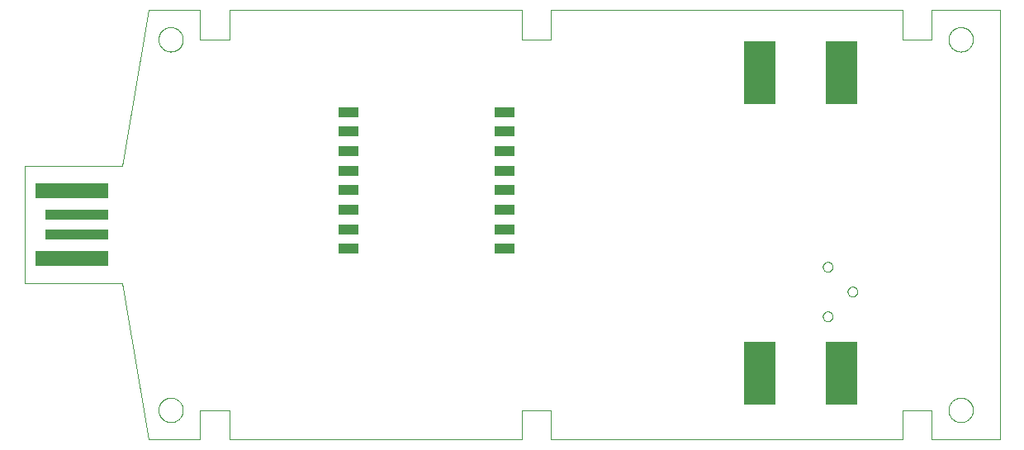
<source format=gtp>
G75*
%MOIN*%
%OFA0B0*%
%FSLAX25Y25*%
%IPPOS*%
%LPD*%
%AMOC8*
5,1,8,0,0,1.08239X$1,22.5*
%
%ADD10C,0.00000*%
%ADD11R,0.07874X0.03937*%
%ADD12R,0.29528X0.05906*%
%ADD13R,0.25591X0.03937*%
%ADD14R,0.12800X0.25400*%
D10*
X0061333Y0001000D02*
X0082199Y0001000D01*
X0082199Y0012811D01*
X0094010Y0012811D01*
X0094010Y0001000D01*
X0212121Y0001000D01*
X0212121Y0012811D01*
X0223932Y0012811D01*
X0223932Y0001000D01*
X0365664Y0001000D01*
X0365664Y0012811D01*
X0377475Y0012811D01*
X0377475Y0001000D01*
X0405034Y0001000D01*
X0405034Y0174228D01*
X0377475Y0174228D01*
X0377475Y0162417D01*
X0365664Y0162417D01*
X0365664Y0174228D01*
X0223932Y0174228D01*
X0223932Y0162417D01*
X0212121Y0162417D01*
X0212121Y0174228D01*
X0094010Y0174228D01*
X0094010Y0162417D01*
X0082199Y0162417D01*
X0082199Y0174228D01*
X0061333Y0174228D01*
X0050703Y0111236D01*
X0011333Y0111236D01*
X0011333Y0063992D01*
X0050703Y0063992D01*
X0061333Y0001000D01*
X0065467Y0012811D02*
X0065469Y0012951D01*
X0065475Y0013091D01*
X0065485Y0013230D01*
X0065499Y0013369D01*
X0065517Y0013508D01*
X0065538Y0013646D01*
X0065564Y0013784D01*
X0065594Y0013921D01*
X0065627Y0014056D01*
X0065665Y0014191D01*
X0065706Y0014325D01*
X0065751Y0014458D01*
X0065799Y0014589D01*
X0065852Y0014718D01*
X0065908Y0014847D01*
X0065967Y0014973D01*
X0066031Y0015098D01*
X0066097Y0015221D01*
X0066168Y0015342D01*
X0066241Y0015461D01*
X0066318Y0015578D01*
X0066399Y0015692D01*
X0066482Y0015804D01*
X0066569Y0015914D01*
X0066659Y0016022D01*
X0066751Y0016126D01*
X0066847Y0016228D01*
X0066946Y0016328D01*
X0067047Y0016424D01*
X0067151Y0016518D01*
X0067258Y0016608D01*
X0067367Y0016695D01*
X0067479Y0016780D01*
X0067593Y0016861D01*
X0067709Y0016939D01*
X0067827Y0017013D01*
X0067948Y0017084D01*
X0068070Y0017152D01*
X0068195Y0017216D01*
X0068321Y0017277D01*
X0068448Y0017334D01*
X0068578Y0017387D01*
X0068709Y0017437D01*
X0068841Y0017482D01*
X0068974Y0017525D01*
X0069109Y0017563D01*
X0069244Y0017597D01*
X0069381Y0017628D01*
X0069518Y0017655D01*
X0069656Y0017677D01*
X0069795Y0017696D01*
X0069934Y0017711D01*
X0070073Y0017722D01*
X0070213Y0017729D01*
X0070353Y0017732D01*
X0070493Y0017731D01*
X0070633Y0017726D01*
X0070772Y0017717D01*
X0070912Y0017704D01*
X0071051Y0017687D01*
X0071189Y0017666D01*
X0071327Y0017642D01*
X0071464Y0017613D01*
X0071600Y0017581D01*
X0071735Y0017544D01*
X0071869Y0017504D01*
X0072002Y0017460D01*
X0072133Y0017412D01*
X0072263Y0017361D01*
X0072392Y0017306D01*
X0072519Y0017247D01*
X0072644Y0017184D01*
X0072767Y0017119D01*
X0072889Y0017049D01*
X0073008Y0016976D01*
X0073126Y0016900D01*
X0073241Y0016821D01*
X0073354Y0016738D01*
X0073464Y0016652D01*
X0073572Y0016563D01*
X0073677Y0016471D01*
X0073780Y0016376D01*
X0073880Y0016278D01*
X0073977Y0016178D01*
X0074071Y0016074D01*
X0074163Y0015968D01*
X0074251Y0015860D01*
X0074336Y0015749D01*
X0074418Y0015635D01*
X0074497Y0015519D01*
X0074572Y0015402D01*
X0074644Y0015282D01*
X0074712Y0015160D01*
X0074777Y0015036D01*
X0074839Y0014910D01*
X0074897Y0014783D01*
X0074951Y0014654D01*
X0075002Y0014523D01*
X0075048Y0014391D01*
X0075091Y0014258D01*
X0075131Y0014124D01*
X0075166Y0013989D01*
X0075198Y0013852D01*
X0075225Y0013715D01*
X0075249Y0013577D01*
X0075269Y0013439D01*
X0075285Y0013300D01*
X0075297Y0013160D01*
X0075305Y0013021D01*
X0075309Y0012881D01*
X0075309Y0012741D01*
X0075305Y0012601D01*
X0075297Y0012462D01*
X0075285Y0012322D01*
X0075269Y0012183D01*
X0075249Y0012045D01*
X0075225Y0011907D01*
X0075198Y0011770D01*
X0075166Y0011633D01*
X0075131Y0011498D01*
X0075091Y0011364D01*
X0075048Y0011231D01*
X0075002Y0011099D01*
X0074951Y0010968D01*
X0074897Y0010839D01*
X0074839Y0010712D01*
X0074777Y0010586D01*
X0074712Y0010462D01*
X0074644Y0010340D01*
X0074572Y0010220D01*
X0074497Y0010103D01*
X0074418Y0009987D01*
X0074336Y0009873D01*
X0074251Y0009762D01*
X0074163Y0009654D01*
X0074071Y0009548D01*
X0073977Y0009444D01*
X0073880Y0009344D01*
X0073780Y0009246D01*
X0073677Y0009151D01*
X0073572Y0009059D01*
X0073464Y0008970D01*
X0073354Y0008884D01*
X0073241Y0008801D01*
X0073126Y0008722D01*
X0073008Y0008646D01*
X0072889Y0008573D01*
X0072767Y0008503D01*
X0072644Y0008438D01*
X0072519Y0008375D01*
X0072392Y0008316D01*
X0072263Y0008261D01*
X0072133Y0008210D01*
X0072002Y0008162D01*
X0071869Y0008118D01*
X0071735Y0008078D01*
X0071600Y0008041D01*
X0071464Y0008009D01*
X0071327Y0007980D01*
X0071189Y0007956D01*
X0071051Y0007935D01*
X0070912Y0007918D01*
X0070772Y0007905D01*
X0070633Y0007896D01*
X0070493Y0007891D01*
X0070353Y0007890D01*
X0070213Y0007893D01*
X0070073Y0007900D01*
X0069934Y0007911D01*
X0069795Y0007926D01*
X0069656Y0007945D01*
X0069518Y0007967D01*
X0069381Y0007994D01*
X0069244Y0008025D01*
X0069109Y0008059D01*
X0068974Y0008097D01*
X0068841Y0008140D01*
X0068709Y0008185D01*
X0068578Y0008235D01*
X0068448Y0008288D01*
X0068321Y0008345D01*
X0068195Y0008406D01*
X0068070Y0008470D01*
X0067948Y0008538D01*
X0067827Y0008609D01*
X0067709Y0008683D01*
X0067593Y0008761D01*
X0067479Y0008842D01*
X0067367Y0008927D01*
X0067258Y0009014D01*
X0067151Y0009104D01*
X0067047Y0009198D01*
X0066946Y0009294D01*
X0066847Y0009394D01*
X0066751Y0009496D01*
X0066659Y0009600D01*
X0066569Y0009708D01*
X0066482Y0009818D01*
X0066399Y0009930D01*
X0066318Y0010044D01*
X0066241Y0010161D01*
X0066168Y0010280D01*
X0066097Y0010401D01*
X0066031Y0010524D01*
X0065967Y0010649D01*
X0065908Y0010775D01*
X0065852Y0010904D01*
X0065799Y0011033D01*
X0065751Y0011164D01*
X0065706Y0011297D01*
X0065665Y0011431D01*
X0065627Y0011566D01*
X0065594Y0011701D01*
X0065564Y0011838D01*
X0065538Y0011976D01*
X0065517Y0012114D01*
X0065499Y0012253D01*
X0065485Y0012392D01*
X0065475Y0012531D01*
X0065469Y0012671D01*
X0065467Y0012811D01*
X0333616Y0050606D02*
X0333618Y0050694D01*
X0333624Y0050782D01*
X0333634Y0050870D01*
X0333648Y0050958D01*
X0333665Y0051044D01*
X0333687Y0051130D01*
X0333712Y0051214D01*
X0333742Y0051298D01*
X0333774Y0051380D01*
X0333811Y0051460D01*
X0333851Y0051539D01*
X0333895Y0051616D01*
X0333942Y0051691D01*
X0333992Y0051763D01*
X0334046Y0051834D01*
X0334102Y0051901D01*
X0334162Y0051967D01*
X0334224Y0052029D01*
X0334290Y0052089D01*
X0334357Y0052145D01*
X0334428Y0052199D01*
X0334500Y0052249D01*
X0334575Y0052296D01*
X0334652Y0052340D01*
X0334731Y0052380D01*
X0334811Y0052417D01*
X0334893Y0052449D01*
X0334977Y0052479D01*
X0335061Y0052504D01*
X0335147Y0052526D01*
X0335233Y0052543D01*
X0335321Y0052557D01*
X0335409Y0052567D01*
X0335497Y0052573D01*
X0335585Y0052575D01*
X0335673Y0052573D01*
X0335761Y0052567D01*
X0335849Y0052557D01*
X0335937Y0052543D01*
X0336023Y0052526D01*
X0336109Y0052504D01*
X0336193Y0052479D01*
X0336277Y0052449D01*
X0336359Y0052417D01*
X0336439Y0052380D01*
X0336518Y0052340D01*
X0336595Y0052296D01*
X0336670Y0052249D01*
X0336742Y0052199D01*
X0336813Y0052145D01*
X0336880Y0052089D01*
X0336946Y0052029D01*
X0337008Y0051967D01*
X0337068Y0051901D01*
X0337124Y0051834D01*
X0337178Y0051763D01*
X0337228Y0051691D01*
X0337275Y0051616D01*
X0337319Y0051539D01*
X0337359Y0051460D01*
X0337396Y0051380D01*
X0337428Y0051298D01*
X0337458Y0051214D01*
X0337483Y0051130D01*
X0337505Y0051044D01*
X0337522Y0050958D01*
X0337536Y0050870D01*
X0337546Y0050782D01*
X0337552Y0050694D01*
X0337554Y0050606D01*
X0337552Y0050518D01*
X0337546Y0050430D01*
X0337536Y0050342D01*
X0337522Y0050254D01*
X0337505Y0050168D01*
X0337483Y0050082D01*
X0337458Y0049998D01*
X0337428Y0049914D01*
X0337396Y0049832D01*
X0337359Y0049752D01*
X0337319Y0049673D01*
X0337275Y0049596D01*
X0337228Y0049521D01*
X0337178Y0049449D01*
X0337124Y0049378D01*
X0337068Y0049311D01*
X0337008Y0049245D01*
X0336946Y0049183D01*
X0336880Y0049123D01*
X0336813Y0049067D01*
X0336742Y0049013D01*
X0336670Y0048963D01*
X0336595Y0048916D01*
X0336518Y0048872D01*
X0336439Y0048832D01*
X0336359Y0048795D01*
X0336277Y0048763D01*
X0336193Y0048733D01*
X0336109Y0048708D01*
X0336023Y0048686D01*
X0335937Y0048669D01*
X0335849Y0048655D01*
X0335761Y0048645D01*
X0335673Y0048639D01*
X0335585Y0048637D01*
X0335497Y0048639D01*
X0335409Y0048645D01*
X0335321Y0048655D01*
X0335233Y0048669D01*
X0335147Y0048686D01*
X0335061Y0048708D01*
X0334977Y0048733D01*
X0334893Y0048763D01*
X0334811Y0048795D01*
X0334731Y0048832D01*
X0334652Y0048872D01*
X0334575Y0048916D01*
X0334500Y0048963D01*
X0334428Y0049013D01*
X0334357Y0049067D01*
X0334290Y0049123D01*
X0334224Y0049183D01*
X0334162Y0049245D01*
X0334102Y0049311D01*
X0334046Y0049378D01*
X0333992Y0049449D01*
X0333942Y0049521D01*
X0333895Y0049596D01*
X0333851Y0049673D01*
X0333811Y0049752D01*
X0333774Y0049832D01*
X0333742Y0049914D01*
X0333712Y0049998D01*
X0333687Y0050082D01*
X0333665Y0050168D01*
X0333648Y0050254D01*
X0333634Y0050342D01*
X0333624Y0050430D01*
X0333618Y0050518D01*
X0333616Y0050606D01*
X0343616Y0060606D02*
X0343618Y0060694D01*
X0343624Y0060782D01*
X0343634Y0060870D01*
X0343648Y0060958D01*
X0343665Y0061044D01*
X0343687Y0061130D01*
X0343712Y0061214D01*
X0343742Y0061298D01*
X0343774Y0061380D01*
X0343811Y0061460D01*
X0343851Y0061539D01*
X0343895Y0061616D01*
X0343942Y0061691D01*
X0343992Y0061763D01*
X0344046Y0061834D01*
X0344102Y0061901D01*
X0344162Y0061967D01*
X0344224Y0062029D01*
X0344290Y0062089D01*
X0344357Y0062145D01*
X0344428Y0062199D01*
X0344500Y0062249D01*
X0344575Y0062296D01*
X0344652Y0062340D01*
X0344731Y0062380D01*
X0344811Y0062417D01*
X0344893Y0062449D01*
X0344977Y0062479D01*
X0345061Y0062504D01*
X0345147Y0062526D01*
X0345233Y0062543D01*
X0345321Y0062557D01*
X0345409Y0062567D01*
X0345497Y0062573D01*
X0345585Y0062575D01*
X0345673Y0062573D01*
X0345761Y0062567D01*
X0345849Y0062557D01*
X0345937Y0062543D01*
X0346023Y0062526D01*
X0346109Y0062504D01*
X0346193Y0062479D01*
X0346277Y0062449D01*
X0346359Y0062417D01*
X0346439Y0062380D01*
X0346518Y0062340D01*
X0346595Y0062296D01*
X0346670Y0062249D01*
X0346742Y0062199D01*
X0346813Y0062145D01*
X0346880Y0062089D01*
X0346946Y0062029D01*
X0347008Y0061967D01*
X0347068Y0061901D01*
X0347124Y0061834D01*
X0347178Y0061763D01*
X0347228Y0061691D01*
X0347275Y0061616D01*
X0347319Y0061539D01*
X0347359Y0061460D01*
X0347396Y0061380D01*
X0347428Y0061298D01*
X0347458Y0061214D01*
X0347483Y0061130D01*
X0347505Y0061044D01*
X0347522Y0060958D01*
X0347536Y0060870D01*
X0347546Y0060782D01*
X0347552Y0060694D01*
X0347554Y0060606D01*
X0347552Y0060518D01*
X0347546Y0060430D01*
X0347536Y0060342D01*
X0347522Y0060254D01*
X0347505Y0060168D01*
X0347483Y0060082D01*
X0347458Y0059998D01*
X0347428Y0059914D01*
X0347396Y0059832D01*
X0347359Y0059752D01*
X0347319Y0059673D01*
X0347275Y0059596D01*
X0347228Y0059521D01*
X0347178Y0059449D01*
X0347124Y0059378D01*
X0347068Y0059311D01*
X0347008Y0059245D01*
X0346946Y0059183D01*
X0346880Y0059123D01*
X0346813Y0059067D01*
X0346742Y0059013D01*
X0346670Y0058963D01*
X0346595Y0058916D01*
X0346518Y0058872D01*
X0346439Y0058832D01*
X0346359Y0058795D01*
X0346277Y0058763D01*
X0346193Y0058733D01*
X0346109Y0058708D01*
X0346023Y0058686D01*
X0345937Y0058669D01*
X0345849Y0058655D01*
X0345761Y0058645D01*
X0345673Y0058639D01*
X0345585Y0058637D01*
X0345497Y0058639D01*
X0345409Y0058645D01*
X0345321Y0058655D01*
X0345233Y0058669D01*
X0345147Y0058686D01*
X0345061Y0058708D01*
X0344977Y0058733D01*
X0344893Y0058763D01*
X0344811Y0058795D01*
X0344731Y0058832D01*
X0344652Y0058872D01*
X0344575Y0058916D01*
X0344500Y0058963D01*
X0344428Y0059013D01*
X0344357Y0059067D01*
X0344290Y0059123D01*
X0344224Y0059183D01*
X0344162Y0059245D01*
X0344102Y0059311D01*
X0344046Y0059378D01*
X0343992Y0059449D01*
X0343942Y0059521D01*
X0343895Y0059596D01*
X0343851Y0059673D01*
X0343811Y0059752D01*
X0343774Y0059832D01*
X0343742Y0059914D01*
X0343712Y0059998D01*
X0343687Y0060082D01*
X0343665Y0060168D01*
X0343648Y0060254D01*
X0343634Y0060342D01*
X0343624Y0060430D01*
X0343618Y0060518D01*
X0343616Y0060606D01*
X0333616Y0070606D02*
X0333618Y0070694D01*
X0333624Y0070782D01*
X0333634Y0070870D01*
X0333648Y0070958D01*
X0333665Y0071044D01*
X0333687Y0071130D01*
X0333712Y0071214D01*
X0333742Y0071298D01*
X0333774Y0071380D01*
X0333811Y0071460D01*
X0333851Y0071539D01*
X0333895Y0071616D01*
X0333942Y0071691D01*
X0333992Y0071763D01*
X0334046Y0071834D01*
X0334102Y0071901D01*
X0334162Y0071967D01*
X0334224Y0072029D01*
X0334290Y0072089D01*
X0334357Y0072145D01*
X0334428Y0072199D01*
X0334500Y0072249D01*
X0334575Y0072296D01*
X0334652Y0072340D01*
X0334731Y0072380D01*
X0334811Y0072417D01*
X0334893Y0072449D01*
X0334977Y0072479D01*
X0335061Y0072504D01*
X0335147Y0072526D01*
X0335233Y0072543D01*
X0335321Y0072557D01*
X0335409Y0072567D01*
X0335497Y0072573D01*
X0335585Y0072575D01*
X0335673Y0072573D01*
X0335761Y0072567D01*
X0335849Y0072557D01*
X0335937Y0072543D01*
X0336023Y0072526D01*
X0336109Y0072504D01*
X0336193Y0072479D01*
X0336277Y0072449D01*
X0336359Y0072417D01*
X0336439Y0072380D01*
X0336518Y0072340D01*
X0336595Y0072296D01*
X0336670Y0072249D01*
X0336742Y0072199D01*
X0336813Y0072145D01*
X0336880Y0072089D01*
X0336946Y0072029D01*
X0337008Y0071967D01*
X0337068Y0071901D01*
X0337124Y0071834D01*
X0337178Y0071763D01*
X0337228Y0071691D01*
X0337275Y0071616D01*
X0337319Y0071539D01*
X0337359Y0071460D01*
X0337396Y0071380D01*
X0337428Y0071298D01*
X0337458Y0071214D01*
X0337483Y0071130D01*
X0337505Y0071044D01*
X0337522Y0070958D01*
X0337536Y0070870D01*
X0337546Y0070782D01*
X0337552Y0070694D01*
X0337554Y0070606D01*
X0337552Y0070518D01*
X0337546Y0070430D01*
X0337536Y0070342D01*
X0337522Y0070254D01*
X0337505Y0070168D01*
X0337483Y0070082D01*
X0337458Y0069998D01*
X0337428Y0069914D01*
X0337396Y0069832D01*
X0337359Y0069752D01*
X0337319Y0069673D01*
X0337275Y0069596D01*
X0337228Y0069521D01*
X0337178Y0069449D01*
X0337124Y0069378D01*
X0337068Y0069311D01*
X0337008Y0069245D01*
X0336946Y0069183D01*
X0336880Y0069123D01*
X0336813Y0069067D01*
X0336742Y0069013D01*
X0336670Y0068963D01*
X0336595Y0068916D01*
X0336518Y0068872D01*
X0336439Y0068832D01*
X0336359Y0068795D01*
X0336277Y0068763D01*
X0336193Y0068733D01*
X0336109Y0068708D01*
X0336023Y0068686D01*
X0335937Y0068669D01*
X0335849Y0068655D01*
X0335761Y0068645D01*
X0335673Y0068639D01*
X0335585Y0068637D01*
X0335497Y0068639D01*
X0335409Y0068645D01*
X0335321Y0068655D01*
X0335233Y0068669D01*
X0335147Y0068686D01*
X0335061Y0068708D01*
X0334977Y0068733D01*
X0334893Y0068763D01*
X0334811Y0068795D01*
X0334731Y0068832D01*
X0334652Y0068872D01*
X0334575Y0068916D01*
X0334500Y0068963D01*
X0334428Y0069013D01*
X0334357Y0069067D01*
X0334290Y0069123D01*
X0334224Y0069183D01*
X0334162Y0069245D01*
X0334102Y0069311D01*
X0334046Y0069378D01*
X0333992Y0069449D01*
X0333942Y0069521D01*
X0333895Y0069596D01*
X0333851Y0069673D01*
X0333811Y0069752D01*
X0333774Y0069832D01*
X0333742Y0069914D01*
X0333712Y0069998D01*
X0333687Y0070082D01*
X0333665Y0070168D01*
X0333648Y0070254D01*
X0333634Y0070342D01*
X0333624Y0070430D01*
X0333618Y0070518D01*
X0333616Y0070606D01*
X0384365Y0012811D02*
X0384367Y0012951D01*
X0384373Y0013091D01*
X0384383Y0013230D01*
X0384397Y0013369D01*
X0384415Y0013508D01*
X0384436Y0013646D01*
X0384462Y0013784D01*
X0384492Y0013921D01*
X0384525Y0014056D01*
X0384563Y0014191D01*
X0384604Y0014325D01*
X0384649Y0014458D01*
X0384697Y0014589D01*
X0384750Y0014718D01*
X0384806Y0014847D01*
X0384865Y0014973D01*
X0384929Y0015098D01*
X0384995Y0015221D01*
X0385066Y0015342D01*
X0385139Y0015461D01*
X0385216Y0015578D01*
X0385297Y0015692D01*
X0385380Y0015804D01*
X0385467Y0015914D01*
X0385557Y0016022D01*
X0385649Y0016126D01*
X0385745Y0016228D01*
X0385844Y0016328D01*
X0385945Y0016424D01*
X0386049Y0016518D01*
X0386156Y0016608D01*
X0386265Y0016695D01*
X0386377Y0016780D01*
X0386491Y0016861D01*
X0386607Y0016939D01*
X0386725Y0017013D01*
X0386846Y0017084D01*
X0386968Y0017152D01*
X0387093Y0017216D01*
X0387219Y0017277D01*
X0387346Y0017334D01*
X0387476Y0017387D01*
X0387607Y0017437D01*
X0387739Y0017482D01*
X0387872Y0017525D01*
X0388007Y0017563D01*
X0388142Y0017597D01*
X0388279Y0017628D01*
X0388416Y0017655D01*
X0388554Y0017677D01*
X0388693Y0017696D01*
X0388832Y0017711D01*
X0388971Y0017722D01*
X0389111Y0017729D01*
X0389251Y0017732D01*
X0389391Y0017731D01*
X0389531Y0017726D01*
X0389670Y0017717D01*
X0389810Y0017704D01*
X0389949Y0017687D01*
X0390087Y0017666D01*
X0390225Y0017642D01*
X0390362Y0017613D01*
X0390498Y0017581D01*
X0390633Y0017544D01*
X0390767Y0017504D01*
X0390900Y0017460D01*
X0391031Y0017412D01*
X0391161Y0017361D01*
X0391290Y0017306D01*
X0391417Y0017247D01*
X0391542Y0017184D01*
X0391665Y0017119D01*
X0391787Y0017049D01*
X0391906Y0016976D01*
X0392024Y0016900D01*
X0392139Y0016821D01*
X0392252Y0016738D01*
X0392362Y0016652D01*
X0392470Y0016563D01*
X0392575Y0016471D01*
X0392678Y0016376D01*
X0392778Y0016278D01*
X0392875Y0016178D01*
X0392969Y0016074D01*
X0393061Y0015968D01*
X0393149Y0015860D01*
X0393234Y0015749D01*
X0393316Y0015635D01*
X0393395Y0015519D01*
X0393470Y0015402D01*
X0393542Y0015282D01*
X0393610Y0015160D01*
X0393675Y0015036D01*
X0393737Y0014910D01*
X0393795Y0014783D01*
X0393849Y0014654D01*
X0393900Y0014523D01*
X0393946Y0014391D01*
X0393989Y0014258D01*
X0394029Y0014124D01*
X0394064Y0013989D01*
X0394096Y0013852D01*
X0394123Y0013715D01*
X0394147Y0013577D01*
X0394167Y0013439D01*
X0394183Y0013300D01*
X0394195Y0013160D01*
X0394203Y0013021D01*
X0394207Y0012881D01*
X0394207Y0012741D01*
X0394203Y0012601D01*
X0394195Y0012462D01*
X0394183Y0012322D01*
X0394167Y0012183D01*
X0394147Y0012045D01*
X0394123Y0011907D01*
X0394096Y0011770D01*
X0394064Y0011633D01*
X0394029Y0011498D01*
X0393989Y0011364D01*
X0393946Y0011231D01*
X0393900Y0011099D01*
X0393849Y0010968D01*
X0393795Y0010839D01*
X0393737Y0010712D01*
X0393675Y0010586D01*
X0393610Y0010462D01*
X0393542Y0010340D01*
X0393470Y0010220D01*
X0393395Y0010103D01*
X0393316Y0009987D01*
X0393234Y0009873D01*
X0393149Y0009762D01*
X0393061Y0009654D01*
X0392969Y0009548D01*
X0392875Y0009444D01*
X0392778Y0009344D01*
X0392678Y0009246D01*
X0392575Y0009151D01*
X0392470Y0009059D01*
X0392362Y0008970D01*
X0392252Y0008884D01*
X0392139Y0008801D01*
X0392024Y0008722D01*
X0391906Y0008646D01*
X0391787Y0008573D01*
X0391665Y0008503D01*
X0391542Y0008438D01*
X0391417Y0008375D01*
X0391290Y0008316D01*
X0391161Y0008261D01*
X0391031Y0008210D01*
X0390900Y0008162D01*
X0390767Y0008118D01*
X0390633Y0008078D01*
X0390498Y0008041D01*
X0390362Y0008009D01*
X0390225Y0007980D01*
X0390087Y0007956D01*
X0389949Y0007935D01*
X0389810Y0007918D01*
X0389670Y0007905D01*
X0389531Y0007896D01*
X0389391Y0007891D01*
X0389251Y0007890D01*
X0389111Y0007893D01*
X0388971Y0007900D01*
X0388832Y0007911D01*
X0388693Y0007926D01*
X0388554Y0007945D01*
X0388416Y0007967D01*
X0388279Y0007994D01*
X0388142Y0008025D01*
X0388007Y0008059D01*
X0387872Y0008097D01*
X0387739Y0008140D01*
X0387607Y0008185D01*
X0387476Y0008235D01*
X0387346Y0008288D01*
X0387219Y0008345D01*
X0387093Y0008406D01*
X0386968Y0008470D01*
X0386846Y0008538D01*
X0386725Y0008609D01*
X0386607Y0008683D01*
X0386491Y0008761D01*
X0386377Y0008842D01*
X0386265Y0008927D01*
X0386156Y0009014D01*
X0386049Y0009104D01*
X0385945Y0009198D01*
X0385844Y0009294D01*
X0385745Y0009394D01*
X0385649Y0009496D01*
X0385557Y0009600D01*
X0385467Y0009708D01*
X0385380Y0009818D01*
X0385297Y0009930D01*
X0385216Y0010044D01*
X0385139Y0010161D01*
X0385066Y0010280D01*
X0384995Y0010401D01*
X0384929Y0010524D01*
X0384865Y0010649D01*
X0384806Y0010775D01*
X0384750Y0010904D01*
X0384697Y0011033D01*
X0384649Y0011164D01*
X0384604Y0011297D01*
X0384563Y0011431D01*
X0384525Y0011566D01*
X0384492Y0011701D01*
X0384462Y0011838D01*
X0384436Y0011976D01*
X0384415Y0012114D01*
X0384397Y0012253D01*
X0384383Y0012392D01*
X0384373Y0012531D01*
X0384367Y0012671D01*
X0384365Y0012811D01*
X0384365Y0162417D02*
X0384367Y0162557D01*
X0384373Y0162697D01*
X0384383Y0162836D01*
X0384397Y0162975D01*
X0384415Y0163114D01*
X0384436Y0163252D01*
X0384462Y0163390D01*
X0384492Y0163527D01*
X0384525Y0163662D01*
X0384563Y0163797D01*
X0384604Y0163931D01*
X0384649Y0164064D01*
X0384697Y0164195D01*
X0384750Y0164324D01*
X0384806Y0164453D01*
X0384865Y0164579D01*
X0384929Y0164704D01*
X0384995Y0164827D01*
X0385066Y0164948D01*
X0385139Y0165067D01*
X0385216Y0165184D01*
X0385297Y0165298D01*
X0385380Y0165410D01*
X0385467Y0165520D01*
X0385557Y0165628D01*
X0385649Y0165732D01*
X0385745Y0165834D01*
X0385844Y0165934D01*
X0385945Y0166030D01*
X0386049Y0166124D01*
X0386156Y0166214D01*
X0386265Y0166301D01*
X0386377Y0166386D01*
X0386491Y0166467D01*
X0386607Y0166545D01*
X0386725Y0166619D01*
X0386846Y0166690D01*
X0386968Y0166758D01*
X0387093Y0166822D01*
X0387219Y0166883D01*
X0387346Y0166940D01*
X0387476Y0166993D01*
X0387607Y0167043D01*
X0387739Y0167088D01*
X0387872Y0167131D01*
X0388007Y0167169D01*
X0388142Y0167203D01*
X0388279Y0167234D01*
X0388416Y0167261D01*
X0388554Y0167283D01*
X0388693Y0167302D01*
X0388832Y0167317D01*
X0388971Y0167328D01*
X0389111Y0167335D01*
X0389251Y0167338D01*
X0389391Y0167337D01*
X0389531Y0167332D01*
X0389670Y0167323D01*
X0389810Y0167310D01*
X0389949Y0167293D01*
X0390087Y0167272D01*
X0390225Y0167248D01*
X0390362Y0167219D01*
X0390498Y0167187D01*
X0390633Y0167150D01*
X0390767Y0167110D01*
X0390900Y0167066D01*
X0391031Y0167018D01*
X0391161Y0166967D01*
X0391290Y0166912D01*
X0391417Y0166853D01*
X0391542Y0166790D01*
X0391665Y0166725D01*
X0391787Y0166655D01*
X0391906Y0166582D01*
X0392024Y0166506D01*
X0392139Y0166427D01*
X0392252Y0166344D01*
X0392362Y0166258D01*
X0392470Y0166169D01*
X0392575Y0166077D01*
X0392678Y0165982D01*
X0392778Y0165884D01*
X0392875Y0165784D01*
X0392969Y0165680D01*
X0393061Y0165574D01*
X0393149Y0165466D01*
X0393234Y0165355D01*
X0393316Y0165241D01*
X0393395Y0165125D01*
X0393470Y0165008D01*
X0393542Y0164888D01*
X0393610Y0164766D01*
X0393675Y0164642D01*
X0393737Y0164516D01*
X0393795Y0164389D01*
X0393849Y0164260D01*
X0393900Y0164129D01*
X0393946Y0163997D01*
X0393989Y0163864D01*
X0394029Y0163730D01*
X0394064Y0163595D01*
X0394096Y0163458D01*
X0394123Y0163321D01*
X0394147Y0163183D01*
X0394167Y0163045D01*
X0394183Y0162906D01*
X0394195Y0162766D01*
X0394203Y0162627D01*
X0394207Y0162487D01*
X0394207Y0162347D01*
X0394203Y0162207D01*
X0394195Y0162068D01*
X0394183Y0161928D01*
X0394167Y0161789D01*
X0394147Y0161651D01*
X0394123Y0161513D01*
X0394096Y0161376D01*
X0394064Y0161239D01*
X0394029Y0161104D01*
X0393989Y0160970D01*
X0393946Y0160837D01*
X0393900Y0160705D01*
X0393849Y0160574D01*
X0393795Y0160445D01*
X0393737Y0160318D01*
X0393675Y0160192D01*
X0393610Y0160068D01*
X0393542Y0159946D01*
X0393470Y0159826D01*
X0393395Y0159709D01*
X0393316Y0159593D01*
X0393234Y0159479D01*
X0393149Y0159368D01*
X0393061Y0159260D01*
X0392969Y0159154D01*
X0392875Y0159050D01*
X0392778Y0158950D01*
X0392678Y0158852D01*
X0392575Y0158757D01*
X0392470Y0158665D01*
X0392362Y0158576D01*
X0392252Y0158490D01*
X0392139Y0158407D01*
X0392024Y0158328D01*
X0391906Y0158252D01*
X0391787Y0158179D01*
X0391665Y0158109D01*
X0391542Y0158044D01*
X0391417Y0157981D01*
X0391290Y0157922D01*
X0391161Y0157867D01*
X0391031Y0157816D01*
X0390900Y0157768D01*
X0390767Y0157724D01*
X0390633Y0157684D01*
X0390498Y0157647D01*
X0390362Y0157615D01*
X0390225Y0157586D01*
X0390087Y0157562D01*
X0389949Y0157541D01*
X0389810Y0157524D01*
X0389670Y0157511D01*
X0389531Y0157502D01*
X0389391Y0157497D01*
X0389251Y0157496D01*
X0389111Y0157499D01*
X0388971Y0157506D01*
X0388832Y0157517D01*
X0388693Y0157532D01*
X0388554Y0157551D01*
X0388416Y0157573D01*
X0388279Y0157600D01*
X0388142Y0157631D01*
X0388007Y0157665D01*
X0387872Y0157703D01*
X0387739Y0157746D01*
X0387607Y0157791D01*
X0387476Y0157841D01*
X0387346Y0157894D01*
X0387219Y0157951D01*
X0387093Y0158012D01*
X0386968Y0158076D01*
X0386846Y0158144D01*
X0386725Y0158215D01*
X0386607Y0158289D01*
X0386491Y0158367D01*
X0386377Y0158448D01*
X0386265Y0158533D01*
X0386156Y0158620D01*
X0386049Y0158710D01*
X0385945Y0158804D01*
X0385844Y0158900D01*
X0385745Y0159000D01*
X0385649Y0159102D01*
X0385557Y0159206D01*
X0385467Y0159314D01*
X0385380Y0159424D01*
X0385297Y0159536D01*
X0385216Y0159650D01*
X0385139Y0159767D01*
X0385066Y0159886D01*
X0384995Y0160007D01*
X0384929Y0160130D01*
X0384865Y0160255D01*
X0384806Y0160381D01*
X0384750Y0160510D01*
X0384697Y0160639D01*
X0384649Y0160770D01*
X0384604Y0160903D01*
X0384563Y0161037D01*
X0384525Y0161172D01*
X0384492Y0161307D01*
X0384462Y0161444D01*
X0384436Y0161582D01*
X0384415Y0161720D01*
X0384397Y0161859D01*
X0384383Y0161998D01*
X0384373Y0162137D01*
X0384367Y0162277D01*
X0384365Y0162417D01*
X0065467Y0162417D02*
X0065469Y0162557D01*
X0065475Y0162697D01*
X0065485Y0162836D01*
X0065499Y0162975D01*
X0065517Y0163114D01*
X0065538Y0163252D01*
X0065564Y0163390D01*
X0065594Y0163527D01*
X0065627Y0163662D01*
X0065665Y0163797D01*
X0065706Y0163931D01*
X0065751Y0164064D01*
X0065799Y0164195D01*
X0065852Y0164324D01*
X0065908Y0164453D01*
X0065967Y0164579D01*
X0066031Y0164704D01*
X0066097Y0164827D01*
X0066168Y0164948D01*
X0066241Y0165067D01*
X0066318Y0165184D01*
X0066399Y0165298D01*
X0066482Y0165410D01*
X0066569Y0165520D01*
X0066659Y0165628D01*
X0066751Y0165732D01*
X0066847Y0165834D01*
X0066946Y0165934D01*
X0067047Y0166030D01*
X0067151Y0166124D01*
X0067258Y0166214D01*
X0067367Y0166301D01*
X0067479Y0166386D01*
X0067593Y0166467D01*
X0067709Y0166545D01*
X0067827Y0166619D01*
X0067948Y0166690D01*
X0068070Y0166758D01*
X0068195Y0166822D01*
X0068321Y0166883D01*
X0068448Y0166940D01*
X0068578Y0166993D01*
X0068709Y0167043D01*
X0068841Y0167088D01*
X0068974Y0167131D01*
X0069109Y0167169D01*
X0069244Y0167203D01*
X0069381Y0167234D01*
X0069518Y0167261D01*
X0069656Y0167283D01*
X0069795Y0167302D01*
X0069934Y0167317D01*
X0070073Y0167328D01*
X0070213Y0167335D01*
X0070353Y0167338D01*
X0070493Y0167337D01*
X0070633Y0167332D01*
X0070772Y0167323D01*
X0070912Y0167310D01*
X0071051Y0167293D01*
X0071189Y0167272D01*
X0071327Y0167248D01*
X0071464Y0167219D01*
X0071600Y0167187D01*
X0071735Y0167150D01*
X0071869Y0167110D01*
X0072002Y0167066D01*
X0072133Y0167018D01*
X0072263Y0166967D01*
X0072392Y0166912D01*
X0072519Y0166853D01*
X0072644Y0166790D01*
X0072767Y0166725D01*
X0072889Y0166655D01*
X0073008Y0166582D01*
X0073126Y0166506D01*
X0073241Y0166427D01*
X0073354Y0166344D01*
X0073464Y0166258D01*
X0073572Y0166169D01*
X0073677Y0166077D01*
X0073780Y0165982D01*
X0073880Y0165884D01*
X0073977Y0165784D01*
X0074071Y0165680D01*
X0074163Y0165574D01*
X0074251Y0165466D01*
X0074336Y0165355D01*
X0074418Y0165241D01*
X0074497Y0165125D01*
X0074572Y0165008D01*
X0074644Y0164888D01*
X0074712Y0164766D01*
X0074777Y0164642D01*
X0074839Y0164516D01*
X0074897Y0164389D01*
X0074951Y0164260D01*
X0075002Y0164129D01*
X0075048Y0163997D01*
X0075091Y0163864D01*
X0075131Y0163730D01*
X0075166Y0163595D01*
X0075198Y0163458D01*
X0075225Y0163321D01*
X0075249Y0163183D01*
X0075269Y0163045D01*
X0075285Y0162906D01*
X0075297Y0162766D01*
X0075305Y0162627D01*
X0075309Y0162487D01*
X0075309Y0162347D01*
X0075305Y0162207D01*
X0075297Y0162068D01*
X0075285Y0161928D01*
X0075269Y0161789D01*
X0075249Y0161651D01*
X0075225Y0161513D01*
X0075198Y0161376D01*
X0075166Y0161239D01*
X0075131Y0161104D01*
X0075091Y0160970D01*
X0075048Y0160837D01*
X0075002Y0160705D01*
X0074951Y0160574D01*
X0074897Y0160445D01*
X0074839Y0160318D01*
X0074777Y0160192D01*
X0074712Y0160068D01*
X0074644Y0159946D01*
X0074572Y0159826D01*
X0074497Y0159709D01*
X0074418Y0159593D01*
X0074336Y0159479D01*
X0074251Y0159368D01*
X0074163Y0159260D01*
X0074071Y0159154D01*
X0073977Y0159050D01*
X0073880Y0158950D01*
X0073780Y0158852D01*
X0073677Y0158757D01*
X0073572Y0158665D01*
X0073464Y0158576D01*
X0073354Y0158490D01*
X0073241Y0158407D01*
X0073126Y0158328D01*
X0073008Y0158252D01*
X0072889Y0158179D01*
X0072767Y0158109D01*
X0072644Y0158044D01*
X0072519Y0157981D01*
X0072392Y0157922D01*
X0072263Y0157867D01*
X0072133Y0157816D01*
X0072002Y0157768D01*
X0071869Y0157724D01*
X0071735Y0157684D01*
X0071600Y0157647D01*
X0071464Y0157615D01*
X0071327Y0157586D01*
X0071189Y0157562D01*
X0071051Y0157541D01*
X0070912Y0157524D01*
X0070772Y0157511D01*
X0070633Y0157502D01*
X0070493Y0157497D01*
X0070353Y0157496D01*
X0070213Y0157499D01*
X0070073Y0157506D01*
X0069934Y0157517D01*
X0069795Y0157532D01*
X0069656Y0157551D01*
X0069518Y0157573D01*
X0069381Y0157600D01*
X0069244Y0157631D01*
X0069109Y0157665D01*
X0068974Y0157703D01*
X0068841Y0157746D01*
X0068709Y0157791D01*
X0068578Y0157841D01*
X0068448Y0157894D01*
X0068321Y0157951D01*
X0068195Y0158012D01*
X0068070Y0158076D01*
X0067948Y0158144D01*
X0067827Y0158215D01*
X0067709Y0158289D01*
X0067593Y0158367D01*
X0067479Y0158448D01*
X0067367Y0158533D01*
X0067258Y0158620D01*
X0067151Y0158710D01*
X0067047Y0158804D01*
X0066946Y0158900D01*
X0066847Y0159000D01*
X0066751Y0159102D01*
X0066659Y0159206D01*
X0066569Y0159314D01*
X0066482Y0159424D01*
X0066399Y0159536D01*
X0066318Y0159650D01*
X0066241Y0159767D01*
X0066168Y0159886D01*
X0066097Y0160007D01*
X0066031Y0160130D01*
X0065967Y0160255D01*
X0065908Y0160381D01*
X0065852Y0160510D01*
X0065799Y0160639D01*
X0065751Y0160770D01*
X0065706Y0160903D01*
X0065665Y0161037D01*
X0065627Y0161172D01*
X0065594Y0161307D01*
X0065564Y0161444D01*
X0065538Y0161582D01*
X0065517Y0161720D01*
X0065499Y0161859D01*
X0065485Y0161998D01*
X0065475Y0162137D01*
X0065469Y0162277D01*
X0065467Y0162417D01*
D11*
X0142042Y0133047D03*
X0142042Y0125173D03*
X0142042Y0117299D03*
X0142042Y0109425D03*
X0142042Y0101551D03*
X0142042Y0093677D03*
X0142042Y0085803D03*
X0142042Y0077929D03*
X0205034Y0077929D03*
X0205034Y0085803D03*
X0205034Y0093677D03*
X0205034Y0101551D03*
X0205034Y0109425D03*
X0205034Y0117299D03*
X0205034Y0125173D03*
X0205034Y0133047D03*
D12*
X0030546Y0101394D03*
X0030546Y0073835D03*
D13*
X0032514Y0083677D03*
X0032514Y0091551D03*
D14*
X0308184Y0149031D03*
X0341255Y0149031D03*
X0341255Y0027772D03*
X0308184Y0027772D03*
M02*

</source>
